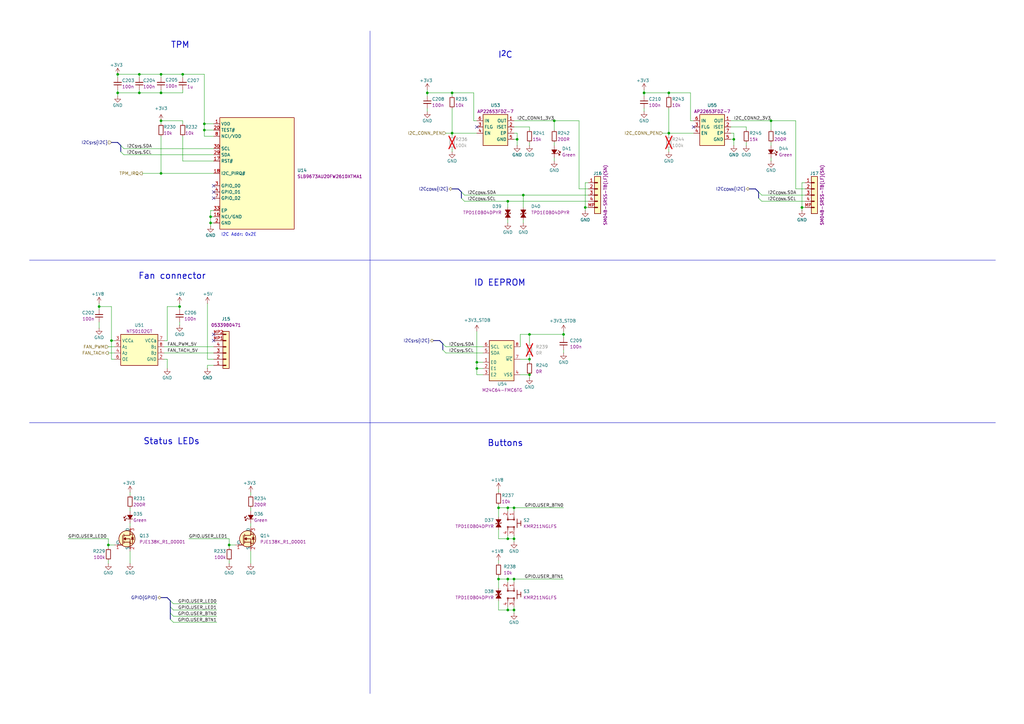
<source format=kicad_sch>
(kicad_sch (version 20250114) (generator "eeschema") (generator_version "9.0")
  (paper "A3")
  (title_block (title "Jetson AGX Thor Baseboard") (date "2025-08-11") (rev "1.0.0") (company "Antmicro Ltd") (comment 1 "www.antmicro.com"))
  (bus_alias "GPIO" (members "USER_LED0" "USER_LED1" "USER_BTN0" "USER_BTN1" "04" "05" "08" "09" "10" "11" "12" "13" "14" "15" "16" "17" "18" "19" "20" "21" "24" "MCLK02" "MCLK03" "MCLK04" "MCLK05" "MCLK01" "27" "32" "34" "36" "64" "65" "67"))
  (text "Buttons" (at 207.264 181.864 0) (effects (font (size 2.54 2.54) (thickness 0.3175))))
  (text "I2C Addr: 0x2E" (at 90.678 97.028 0) (effects (font (size 1.27 1.27)) (justify left bottom)))
  (text "Fan connector" (at 70.612 113.284 0) (effects (font (size 2.54 2.54) (thickness 0.3175))))
  (text "ID EEPROM" (at 204.978 116.078 0) (effects (font (size 2.54 2.54) (thickness 0.3175))))
  (text "I^{2}C" (at 207.264 22.606 0) (effects (font (size 2.54 2.54) (thickness 0.3175))))
  (text "TPM\n" (at 73.914 18.542 0) (effects (font (size 2.54 2.54) (thickness 0.3175))))
  (text "Status LEDs" (at 70.358 181.102 0) (effects (font (size 2.54 2.54) (thickness 0.3175))))
  (junction (at 316.23 49.53))
  (junction (at 45.72 139.7))
  (junction (at 48.26 30.48))
  (junction (at 300.99 57.15))
  (junction (at 195.58 151.13))
  (junction (at 66.04 38.1))
  (junction (at 210.82 220.98))
  (junction (at 227.33 49.53))
  (junction (at 66.04 30.48))
  (junction (at 57.15 38.1))
  (junction (at 204.47 208.28))
  (junction (at 264.16 38.1))
  (junction (at 204.47 237.49))
  (junction (at 208.28 237.49))
  (junction (at 44.45 223.52))
  (junction (at 274.32 54.61))
  (junction (at 274.32 38.1))
  (junction (at 86.36 88.9))
  (junction (at 74.93 30.48))
  (junction (at 83.82 50.8))
  (junction (at 195.58 148.59))
  (junction (at 208.28 208.28))
  (junction (at 328.93 85.09))
  (junction (at 66.04 49.53))
  (junction (at 185.42 38.1))
  (junction (at 240.03 85.09))
  (junction (at 214.63 80.01))
  (junction (at 210.82 250.19))
  (junction (at 86.36 91.44))
  (junction (at 217.17 137.16))
  (junction (at 73.66 125.73))
  (junction (at 210.82 208.28))
  (junction (at 212.09 57.15))
  (junction (at 208.28 250.19))
  (junction (at 40.64 125.73))
  (junction (at 231.14 137.16))
  (junction (at 217.17 147.32))
  (junction (at 48.26 38.1))
  (junction (at 93.98 223.52))
  (junction (at 210.82 237.49))
  (junction (at 185.42 54.61))
  (junction (at 175.26 38.1))
  (junction (at 57.15 30.48))
  (junction (at 208.28 220.98))
  (junction (at 208.28 82.55))
  (junction (at 83.82 53.34))
  (junction (at 217.17 153.67))
  (junction (at 66.04 71.12))
  (no_connect (at 87.63 137.16))
  (no_connect (at 87.63 76.2))
  (no_connect (at 195.58 52.07))
  (no_connect (at 87.63 139.7))
  (no_connect (at 87.63 81.28))
  (no_connect (at 284.48 52.07))
  (no_connect (at 87.63 78.74))
  (bus_entry (at 69.85 248.92) (size 1.27 1.27))
  (bus_entry (at 189.23 78.74) (size 1.27 1.27))
  (bus_entry (at 311.15 81.28) (size 1.27 1.27))
  (bus_entry (at 69.85 246.38) (size 1.27 1.27))
  (bus_entry (at 49.53 62.23) (size 1.27 1.27))
  (bus_entry (at 181.61 140.97) (size 1.27 1.27))
  (bus_entry (at 69.85 254) (size 1.27 1.27))
  (bus_entry (at 189.23 81.28) (size 1.27 1.27))
  (bus_entry (at 49.53 59.69) (size 1.27 1.27))
  (bus_entry (at 311.15 78.74) (size 1.27 1.27))
  (bus_entry (at 181.61 143.51) (size 1.27 1.27))
  (bus_entry (at 69.85 251.46) (size 1.27 1.27))
  (wire (pts (xy 208.28 208.28) (xy 210.82 208.28)))
  (bus (pts (xy 69.85 248.92) (xy 69.85 251.46)))
  (wire (pts (xy 231.14 137.16) (xy 217.17 137.16)))
  (bus (pts (xy 307.34 77.47) (xy 309.88 77.47)))
  (bus (pts (xy 187.96 77.47) (xy 189.23 78.74)))
  (wire (pts (xy 306.07 59.69) (xy 306.07 58.42)))
  (wire (pts (xy 217.17 52.07) (xy 217.17 53.34)))
  (wire (pts (xy 67.31 142.24) (xy 87.63 142.24)))
  (wire (pts (xy 83.82 53.34) (xy 83.82 50.8)))
  (wire (pts (xy 195.58 135.89) (xy 195.58 148.59)))
  (wire (pts (xy 66.04 30.48) (xy 66.04 31.75)))
  (wire (pts (xy 44.45 223.52) (xy 46.99 223.52)))
  (wire (pts (xy 57.15 38.1) (xy 66.04 38.1)))
  (wire (pts (xy 210.82 237.49) (xy 231.14 237.49)))
  (wire (pts (xy 204.47 250.19) (xy 208.28 250.19)))
  (wire (pts (xy 283.21 38.1) (xy 274.32 38.1)))
  (wire (pts (xy 66.04 38.1) (xy 66.04 36.83)))
  (wire (pts (xy 87.63 55.88) (xy 83.82 55.88)))
  (wire (pts (xy 102.87 214.63) (xy 102.87 215.9)))
  (wire (pts (xy 283.21 49.53) (xy 284.48 49.53)))
  (wire (pts (xy 102.87 208.28) (xy 102.87 209.55)))
  (wire (pts (xy 71.12 250.19) (xy 88.9 250.19)))
  (wire (pts (xy 217.17 148.59) (xy 217.17 147.32)))
  (wire (pts (xy 195.58 153.67) (xy 198.12 153.67)))
  (wire (pts (xy 85.09 124.46) (xy 85.09 147.32)))
  (wire (pts (xy 328.93 74.93) (xy 328.93 85.09)))
  (wire (pts (xy 217.17 153.67) (xy 217.17 154.94)))
  (wire (pts (xy 45.72 147.32) (xy 45.72 139.7)))
  (wire (pts (xy 48.26 38.1) (xy 48.26 39.37)))
  (wire (pts (xy 68.58 147.32) (xy 67.31 147.32)))
  (wire (pts (xy 40.64 124.46) (xy 40.64 125.73)))
  (wire (pts (xy 208.28 250.19) (xy 210.82 250.19)))
  (wire (pts (xy 83.82 55.88) (xy 83.82 53.34)))
  (wire (pts (xy 210.82 57.15) (xy 212.09 57.15)))
  (bus (pts (xy 177.8 139.7) (xy 180.34 139.7)))
  (wire (pts (xy 264.16 44.45) (xy 264.16 45.72)))
  (bus (pts (xy 49.53 59.69) (xy 49.53 62.23)))
  (wire (pts (xy 46.99 147.32) (xy 45.72 147.32)))
  (wire (pts (xy 44.45 224.79) (xy 44.45 223.52)))
  (wire (pts (xy 53.34 226.06) (xy 53.34 231.14)))
  (wire (pts (xy 204.47 236.22) (xy 204.47 237.49)))
  (wire (pts (xy 83.82 30.48) (xy 83.82 50.8)))
  (wire (pts (xy 71.12 252.73) (xy 88.9 252.73)))
  (wire (pts (xy 74.93 38.1) (xy 74.93 36.83)))
  (wire (pts (xy 44.45 220.98) (xy 44.45 223.52)))
  (wire (pts (xy 214.63 90.17) (xy 214.63 91.44)))
  (wire (pts (xy 328.93 86.36) (xy 328.93 85.09)))
  (wire (pts (xy 213.36 137.16) (xy 213.36 142.24)))
  (wire (pts (xy 240.03 74.93) (xy 240.03 85.09)))
  (wire (pts (xy 300.99 54.61) (xy 300.99 57.15)))
  (wire (pts (xy 57.15 30.48) (xy 66.04 30.48)))
  (wire (pts (xy 66.04 49.53) (xy 74.93 49.53)))
  (wire (pts (xy 210.82 52.07) (xy 217.17 52.07)))
  (wire (pts (xy 217.17 137.16) (xy 217.17 140.97)))
  (wire (pts (xy 77.47 220.98) (xy 93.98 220.98)))
  (wire (pts (xy 237.49 49.53) (xy 237.49 77.47)))
  (wire (pts (xy 73.66 124.46) (xy 73.66 125.73)))
  (wire (pts (xy 264.16 36.83) (xy 264.16 38.1)))
  (wire (pts (xy 208.28 90.17) (xy 208.28 91.44)))
  (wire (pts (xy 190.5 80.01) (xy 214.63 80.01)))
  (wire (pts (xy 274.32 38.1) (xy 274.32 39.37)))
  (wire (pts (xy 74.93 55.88) (xy 74.93 66.04)))
  (wire (pts (xy 208.28 237.49) (xy 208.28 238.76)))
  (wire (pts (xy 67.31 139.7) (xy 68.58 139.7)))
  (wire (pts (xy 328.93 74.93) (xy 330.2 74.93)))
  (wire (pts (xy 27.94 220.98) (xy 44.45 220.98)))
  (wire (pts (xy 208.28 219.71) (xy 208.28 220.98)))
  (wire (pts (xy 68.58 125.73) (xy 73.66 125.73)))
  (wire (pts (xy 53.34 201.93) (xy 53.34 203.2)))
  (wire (pts (xy 175.26 38.1) (xy 175.26 39.37)))
  (bus (pts (xy 66.04 245.11) (xy 68.58 245.11)))
  (wire (pts (xy 44.45 144.78) (xy 46.99 144.78)))
  (wire (pts (xy 204.47 246.38) (xy 204.47 250.19)))
  (wire (pts (xy 210.82 237.49) (xy 210.82 238.76)))
  (wire (pts (xy 204.47 237.49) (xy 204.47 241.3)))
  (wire (pts (xy 66.04 38.1) (xy 74.93 38.1)))
  (bus (pts (xy 185.42 77.47) (xy 187.96 77.47)))
  (wire (pts (xy 227.33 58.42) (xy 227.33 59.69)))
  (wire (pts (xy 208.28 237.49) (xy 204.47 237.49)))
  (wire (pts (xy 240.03 74.93) (xy 241.3 74.93)))
  (wire (pts (xy 204.47 208.28) (xy 204.47 212.09)))
  (wire (pts (xy 210.82 220.98) (xy 210.82 219.71)))
  (wire (pts (xy 210.82 49.53) (xy 227.33 49.53)))
  (wire (pts (xy 212.09 57.15) (xy 212.09 59.69)))
  (wire (pts (xy 195.58 151.13) (xy 195.58 148.59)))
  (wire (pts (xy 86.36 92.71) (xy 86.36 91.44)))
  (wire (pts (xy 48.26 30.48) (xy 57.15 30.48)))
  (wire (pts (xy 185.42 60.96) (xy 185.42 62.23)))
  (wire (pts (xy 213.36 153.67) (xy 217.17 153.67)))
  (wire (pts (xy 74.93 30.48) (xy 74.93 31.75)))
  (bus (pts (xy 48.26 58.42) (xy 49.53 59.69)))
  (wire (pts (xy 274.32 44.45) (xy 274.32 54.61)))
  (wire (pts (xy 74.93 30.48) (xy 83.82 30.48)))
  (bus (pts (xy 180.34 139.7) (xy 181.61 140.97)))
  (wire (pts (xy 240.03 85.09) (xy 241.3 85.09)))
  (wire (pts (xy 316.23 49.53) (xy 316.23 53.34)))
  (wire (pts (xy 208.28 208.28) (xy 208.28 209.55)))
  (wire (pts (xy 204.47 220.98) (xy 208.28 220.98)))
  (bus (pts (xy 181.61 140.97) (xy 181.61 143.51)))
  (wire (pts (xy 264.16 38.1) (xy 274.32 38.1)))
  (wire (pts (xy 57.15 30.48) (xy 57.15 31.75)))
  (wire (pts (xy 300.99 57.15) (xy 300.99 59.69)))
  (wire (pts (xy 208.28 85.09) (xy 208.28 82.55)))
  (wire (pts (xy 227.33 49.53) (xy 227.33 53.34)))
  (wire (pts (xy 274.32 54.61) (xy 284.48 54.61)))
  (wire (pts (xy 53.34 208.28) (xy 53.34 209.55)))
  (wire (pts (xy 74.93 66.04) (xy 87.63 66.04)))
  (wire (pts (xy 40.64 125.73) (xy 40.64 127)))
  (wire (pts (xy 271.78 54.61) (xy 274.32 54.61)))
  (wire (pts (xy 87.63 53.34) (xy 83.82 53.34)))
  (wire (pts (xy 194.31 49.53) (xy 194.31 38.1)))
  (wire (pts (xy 214.63 80.01) (xy 214.63 85.09)))
  (wire (pts (xy 93.98 229.87) (xy 93.98 231.14)))
  (wire (pts (xy 86.36 91.44) (xy 87.63 91.44)))
  (wire (pts (xy 182.88 144.78) (xy 198.12 144.78)))
  (wire (pts (xy 316.23 64.77) (xy 316.23 66.04)))
  (wire (pts (xy 85.09 149.86) (xy 85.09 151.13)))
  (wire (pts (xy 85.09 149.86) (xy 87.63 149.86)))
  (wire (pts (xy 210.82 220.98) (xy 210.82 222.25)))
  (wire (pts (xy 299.72 54.61) (xy 300.99 54.61)))
  (wire (pts (xy 86.36 91.44) (xy 86.36 88.9)))
  (bus (pts (xy 45.72 58.42) (xy 48.26 58.42)))
  (wire (pts (xy 185.42 54.61) (xy 195.58 54.61)))
  (wire (pts (xy 204.47 200.66) (xy 204.47 201.93)))
  (wire (pts (xy 71.12 247.65) (xy 88.9 247.65)))
  (wire (pts (xy 83.82 50.8) (xy 87.63 50.8)))
  (wire (pts (xy 231.14 143.51) (xy 231.14 144.78)))
  (wire (pts (xy 204.47 207.01) (xy 204.47 208.28)))
  (wire (pts (xy 73.66 133.35) (xy 73.66 132.08)))
  (wire (pts (xy 208.28 220.98) (xy 210.82 220.98)))
  (wire (pts (xy 204.47 217.17) (xy 204.47 220.98)))
  (wire (pts (xy 213.36 137.16) (xy 217.17 137.16)))
  (wire (pts (xy 198.12 151.13) (xy 195.58 151.13)))
  (wire (pts (xy 48.26 30.48) (xy 48.26 31.75)))
  (wire (pts (xy 214.63 80.01) (xy 241.3 80.01)))
  (wire (pts (xy 175.26 38.1) (xy 185.42 38.1)))
  (wire (pts (xy 85.09 147.32) (xy 87.63 147.32)))
  (wire (pts (xy 312.42 80.01) (xy 330.2 80.01)))
  (wire (pts (xy 71.12 255.27) (xy 88.9 255.27)))
  (wire (pts (xy 204.47 229.87) (xy 204.47 231.14)))
  (wire (pts (xy 210.82 54.61) (xy 212.09 54.61)))
  (bus (pts (xy 309.88 77.47) (xy 311.15 78.74)))
  (wire (pts (xy 283.21 49.53) (xy 283.21 38.1)))
  (wire (pts (xy 66.04 49.53) (xy 66.04 50.8)))
  (wire (pts (xy 212.09 54.61) (xy 212.09 57.15)))
  (wire (pts (xy 299.72 57.15) (xy 300.99 57.15)))
  (wire (pts (xy 48.26 38.1) (xy 57.15 38.1)))
  (wire (pts (xy 274.32 54.61) (xy 274.32 55.88)))
  (wire (pts (xy 208.28 82.55) (xy 241.3 82.55)))
  (wire (pts (xy 217.17 59.69) (xy 217.17 58.42)))
  (wire (pts (xy 210.82 208.28) (xy 231.14 208.28)))
  (wire (pts (xy 210.82 250.19) (xy 210.82 248.92)))
  (wire (pts (xy 217.17 146.05) (xy 217.17 147.32)))
  (wire (pts (xy 50.8 60.96) (xy 87.63 60.96)))
  (wire (pts (xy 73.66 125.73) (xy 73.66 127)))
  (bus (pts (xy 311.15 78.74) (xy 311.15 81.28)))
  (wire (pts (xy 66.04 71.12) (xy 66.04 55.88)))
  (wire (pts (xy 66.04 71.12) (xy 87.63 71.12)))
  (wire (pts (xy 44.45 142.24) (xy 46.99 142.24)))
  (wire (pts (xy 185.42 44.45) (xy 185.42 54.61)))
  (wire (pts (xy 190.5 82.55) (xy 208.28 82.55)))
  (bus (pts (xy 69.85 246.38) (xy 69.85 248.92)))
  (wire (pts (xy 68.58 139.7) (xy 68.58 125.73)))
  (wire (pts (xy 175.26 36.83) (xy 175.26 38.1)))
  (wire (pts (xy 312.42 82.55) (xy 330.2 82.55)))
  (wire (pts (xy 40.64 132.08) (xy 40.64 134.62)))
  (wire (pts (xy 328.93 85.09) (xy 330.2 85.09)))
  (wire (pts (xy 241.3 77.47) (xy 237.49 77.47)))
  (wire (pts (xy 182.88 54.61) (xy 185.42 54.61)))
  (wire (pts (xy 44.45 229.87) (xy 44.45 231.14)))
  (wire (pts (xy 208.28 208.28) (xy 204.47 208.28)))
  (wire (pts (xy 264.16 38.1) (xy 264.16 39.37)))
  (wire (pts (xy 50.8 63.5) (xy 87.63 63.5)))
  (wire (pts (xy 74.93 49.53) (xy 74.93 50.8)))
  (polyline (pts (xy 12.065 106.68) (xy 408.305 106.68)))
  (wire (pts (xy 227.33 49.53) (xy 237.49 49.53)))
  (wire (pts (xy 58.42 71.12) (xy 66.04 71.12)))
  (wire (pts (xy 217.17 147.32) (xy 213.36 147.32)))
  (wire (pts (xy 93.98 224.79) (xy 93.98 223.52)))
  (wire (pts (xy 194.31 49.53) (xy 195.58 49.53)))
  (wire (pts (xy 53.34 214.63) (xy 53.34 215.9)))
  (wire (pts (xy 316.23 58.42) (xy 316.23 59.69)))
  (wire (pts (xy 45.72 139.7) (xy 45.72 125.73)))
  (wire (pts (xy 175.26 44.45) (xy 175.26 45.72)))
  (wire (pts (xy 185.42 54.61) (xy 185.42 55.88)))
  (bus (pts (xy 69.85 251.46) (xy 69.85 254)))
  (wire (pts (xy 68.58 151.13) (xy 68.58 147.32)))
  (wire (pts (xy 195.58 148.59) (xy 198.12 148.59)))
  (polyline (pts (xy 12.065 173.355) (xy 408.305 173.355)))
  (wire (pts (xy 194.31 38.1) (xy 185.42 38.1)))
  (wire (pts (xy 210.82 208.28) (xy 210.82 209.55)))
  (wire (pts (xy 195.58 151.13) (xy 195.58 153.67)))
  (wire (pts (xy 182.88 142.24) (xy 198.12 142.24)))
  (wire (pts (xy 45.72 125.73) (xy 40.64 125.73)))
  (wire (pts (xy 316.23 49.53) (xy 326.39 49.53)))
  (wire (pts (xy 48.26 38.1) (xy 48.26 36.83)))
  (wire (pts (xy 86.36 88.9) (xy 87.63 88.9)))
  (wire (pts (xy 306.07 52.07) (xy 306.07 53.34)))
  (wire (pts (xy 102.87 226.06) (xy 102.87 231.14)))
  (polyline (pts (xy 151.765 12.7) (xy 151.765 284.48)))
  (wire (pts (xy 66.04 30.48) (xy 74.93 30.48)))
  (wire (pts (xy 86.36 86.36) (xy 87.63 86.36)))
  (wire (pts (xy 208.28 237.49) (xy 210.82 237.49)))
  (wire (pts (xy 240.03 86.36) (xy 240.03 85.09)))
  (wire (pts (xy 326.39 49.53) (xy 326.39 77.47)))
  (wire (pts (xy 299.72 52.07) (xy 306.07 52.07)))
  (wire (pts (xy 67.31 144.78) (xy 87.63 144.78)))
  (wire (pts (xy 93.98 220.98) (xy 93.98 223.52)))
  (wire (pts (xy 102.87 201.93) (xy 102.87 203.2)))
  (bus (pts (xy 189.23 78.74) (xy 189.23 81.28)))
  (wire (pts (xy 231.14 137.16) (xy 231.14 138.43)))
  (wire (pts (xy 274.32 60.96) (xy 274.32 62.23)))
  (wire (pts (xy 185.42 38.1) (xy 185.42 39.37)))
  (wire (pts (xy 57.15 38.1) (xy 57.15 36.83)))
  (wire (pts (xy 330.2 77.47) (xy 326.39 77.47)))
  (wire (pts (xy 231.14 135.89) (xy 231.14 137.16)))
  (wire (pts (xy 210.82 250.19) (xy 210.82 251.46)))
  (wire (pts (xy 93.98 223.52) (xy 96.52 223.52)))
  (wire (pts (xy 227.33 64.77) (xy 227.33 66.04)))
  (wire (pts (xy 208.28 248.92) (xy 208.28 250.19)))
  (wire (pts (xy 45.72 139.7) (xy 46.99 139.7)))
  (wire (pts (xy 299.72 49.53) (xy 316.23 49.53)))
  (bus (pts (xy 68.58 245.11) (xy 69.85 246.38)))
  (wire (pts (xy 86.36 88.9) (xy 86.36 86.36)))
  (label "GPIO.USER_LED0" (at 88.9 247.65 180))
  (label "GPIO.USER_BTN0" (at 231.14 208.28 180))
  (label "GPIO.USER_BTN0" (at 88.9 252.73 180))
  (label "FAN_TACH_5V" (at 68.58 144.78 0))
  (label "FAN_PWM_5V" (at 68.58 142.24 0))
  (label "I2C_{CONN}.SCL" (at 191.77 82.55 0))
  (label "I2C_{SYS}.SDA" (at 52.07 60.96 0))
  (label "I2C_{CONN}.SCL" (at 314.96 82.55 0))
  (label "GPIO.USER_BTN1" (at 231.14 237.49 180))
  (label "I2C_CONN1_3V3" (at 212.09 49.53 0))
  (label "GPIO.USER_LED1" (at 77.47 220.98 0))
  (label "I2C_{SYS}.SCL" (at 184.15 144.78 0))
  (label "I2C_{CONN}.SDA" (at 191.77 80.01 0))
  (label "GPIO.USER_LED0" (at 27.94 220.98 0))
  (label "GPIO.USER_LED1" (at 88.9 250.19 180))
  (label "I2C_{SYS}.SDA" (at 184.15 142.24 0))
  (label "I2C_CONN2_3V3" (at 300.99 49.53 0))
  (label "I2C_{SYS}.SCL" (at 52.07 63.5 0))
  (label "GPIO.USER_BTN1" (at 88.9 255.27 180))
  (label "I2C_{CONN}.SDA" (at 314.96 80.01 0))
  (hierarchical_label "I2C_{CONN}{I2C}" (shape bidirectional) (at 307.34 77.47 180))
  (hierarchical_label "I2C_{SYS}{I2C}" (shape bidirectional) (at 177.8 139.7 180))
  (hierarchical_label "FAN_TACH" (shape output) (at 44.45 144.78 180))
  (hierarchical_label "FAN_PWM" (shape input) (at 44.45 142.24 180))
  (hierarchical_label "I2C_{SYS}{I2C}" (shape input) (at 45.72 58.42 180))
  (hierarchical_label "TPM_IRQ" (shape output) (at 58.42 71.12 180))
  (hierarchical_label "I2C_CONN_PEN" (shape input) (at 182.88 54.61 180))
  (hierarchical_label "I2C_{CONN}{I2C}" (shape bidirectional) (at 185.42 77.47 180))
  (hierarchical_label "I2C_CONN_PEN" (shape input) (at 271.78 54.61 180))
  (hierarchical_label "GPIO{GPIO}" (shape bidirectional) (at 66.04 245.11 180))
  (symbol (lib_id "antmicroCapacitors0402:C_100n_0402") (at 264.16 39.37 90) (mirror x) (unit 1)
    (property "Reference" "C210" (at 266.065 40.64 90) (effects (justify right)))
    (property "Value" "C_100n_0402" (effects (hide yes)))
    (property "Footprint" "antmicro-footprints:C_0402_1005Metric" (effects (hide yes)))
    (property "Datasheet" "https://www.murata.com/products/productdetail?partno=GRM155R61H104KE14%23" (effects (hide yes)))
    (property "Manufacturer" "Murata" (effects (hide yes)))
    (property "MPN" "GRM155R61H104KE14D" (effects (hide yes)))
    (property "Val" "100n" (at 266.065 43.18 90) (effects (justify right)))
    (property "License" "Apache-2.0" (effects (hide yes)))
    (property "Author" "Antmicro" (effects (hide yes)))
    (property "Voltage" "50V" (effects (hide yes)))
    (property "Dielectric" "X5R" (effects (hide yes)))
  )
  (symbol (lib_id "antmicroPushbuttonSwitches:SW_KMR211NGLFS_SMD") (at 210.82 209.55 270) (unit 1)
    (property "Reference" "S2" (at 214.63 213.36 90) (effects (justify left)))
    (property "Value" "SW_KMR211NGLFS_SMD" (effects (hide yes)))
    (property "Footprint" "antmicro-footprints:SW_KMR211NGLFS_SMD" (effects (hide yes)))
    (property "Datasheet" "http://www.farnell.com/datasheets/2631211.pdf" (effects (hide yes)))
    (property "MPN" "KMR211NGLFS" (at 214.63 215.9 90) (effects (justify left)))
    (property "Manufacturer" "C&K" (effects (hide yes)))
    (property "Author" "Antmicro" (effects (hide yes)))
    (property "License" "Apache-2.0" (effects (hide yes)))
  )
  (symbol (lib_id "antmicroCapacitors0402:C_100n_0402") (at 231.14 143.51 90) (unit 1)
    (property "Reference" "C209" (at 233.68 139.6936 90) (effects (justify right)))
    (property "Value" "C_100n_0402" (effects (hide yes)))
    (property "Footprint" "antmicro-footprints:C_0402_1005Metric" (effects (hide yes)))
    (property "Datasheet" "https://www.murata.com/products/productdetail?partno=GRM155R61H104KE14%23" (effects (hide yes)))
    (property "Description" "SMD Multilayer Ceramic Capacitor, 0.1 µF, 50 V, 0402 [1005 Metric], ± 10%, X5R, GRM Series" (effects (hide yes)))
    (property "MPN" "GRM155R61H104KE14D" (effects (hide yes)))
    (property "Manufacturer" "Murata" (effects (hide yes)))
    (property "License" "Apache-2.0" (effects (hide yes)))
    (property "Author" "Antmicro" (effects (hide yes)))
    (property "Val" "100n" (at 233.68 142.2336 90) (effects (justify right)))
    (property "Voltage" "50V" (effects (hide yes)))
    (property "Dielectric" "X5R" (effects (hide yes)))
  )
  (symbol (lib_id "antmicropower:GND") (at 48.26 39.37 0) (unit 1)
    (property "Reference" "#PWR0387" (effects (hide yes)))
    (property "Value" "GND" (at 48.26 43.18 0))
    (property "Author" "Antmicro" (effects (hide yes)))
    (property "License" "Apache-2.0" (effects (hide yes)))
  )
  (symbol (lib_id "antmicropower:GND") (at 73.66 133.35 0) (unit 1)
    (property "Reference" "#PWR0394" (effects (hide yes)))
    (property "Value" "GND" (at 73.66 137.16 0))
    (property "Author" "Antmicro" (effects (hide yes)))
    (property "License" "Apache-2.0" (effects (hide yes)))
  )
  (symbol (lib_id "antmicropower:GND") (at 214.63 91.44 0) (unit 1)
    (property "Reference" "#PWR0411" (effects (hide yes)))
    (property "Value" "GND" (at 214.63 95.25 0))
    (property "Author" "Antmicro" (effects (hide yes)))
    (property "License" "Apache-2.0" (effects (hide yes)))
  )
  (symbol (lib_id "antmicropower:+5V") (at 85.09 124.46 0) (unit 1)
    (property "Reference" "#PWR0395" (effects (hide yes)))
    (property "Value" "+5V" (at 83.185 121.285 0) (effects (justify left bottom)))
    (property "Author" "Antmicro" (effects (hide yes)))
    (property "License" "Apache-2.0" (effects (hide yes)))
  )
  (symbol (lib_id "antmicropower:+3V3_AON") (at 195.58 135.89 0) (unit 1)
    (property "Reference" "#PWR0406" (effects (hide yes)))
    (property "Value" "+3V3_STDB" (at 190.246 131.318 0) (effects (justify left)))
  )
  (symbol (lib_id "antmicropower:GND") (at 212.09 59.69 0) (unit 1)
    (property "Reference" "#PWR0410" (effects (hide yes)))
    (property "Value" "GND" (at 212.09 63.5 0))
    (property "Author" "Antmicro" (effects (hide yes)))
    (property "License" "Apache-2.0" (effects (hide yes)))
  )
  (symbol (lib_id "antmicroPMICPowerDistributionSwitchesLoadDrivers:AP22653_DFN") (at 284.48 49.53 0) (unit 1)
    (property "Reference" "U55" (at 292.1 43.18 0))
    (property "Value" "AP22653_DFN" (effects (hide yes)))
    (property "Footprint" "antmicro-footprints:DFN-6-1EP_2x2mm_P0.65mm_EP1x1.6mm" (effects (hide yes)))
    (property "Datasheet" "https://www.mouser.com/datasheet/2/115/DIOD_S_A0010880137_1-2543666.pdf" (effects (hide yes)))
    (property "MPN" "AP22653FDZ-7" (at 292.1 45.72 0))
    (property "Manufacturer" "Diodes Incorporated" (effects (hide yes)))
    (property "Author" "Antmicro" (effects (hide yes)))
    (property "License" "Apache-2.0" (effects (hide yes)))
  )
  (symbol (lib_id "antmicroLEDIndicationDiscrete:LED_G_0603_LTST-C190GKT") (at 53.34 214.63 90) (unit 1)
    (property "Reference" "D35" (at 54.61 210.82 90) (effects (justify right)))
    (property "Value" "LED_G_0603_LTST-C190GKT" (effects (hide yes)))
    (property "Footprint" "antmicro-footprints:LED_0603_1608Metric_G" (effects (hide yes)))
    (property "Datasheet" "https://media.digikey.com/pdf/Data%20Sheets/Lite-On%20PDFs/LTST-C190GKT.pdf" (effects (hide yes)))
    (property "MPN" "LTST-C190GKT" (effects (hide yes)))
    (property "Manufacturer" "Lite-On" (effects (hide yes)))
    (property "Author" "Antmicro" (effects (hide yes)))
    (property "License" "Apache-2.0" (effects (hide yes)))
    (property "Color" "Green" (at 54.61 213.36 90) (effects (justify right)))
  )
  (symbol (lib_id "antmicroCapacitors0402:C_100n_16V_X7R_0402") (at 48.26 36.83 90) (unit 1)
    (property "Reference" "C203" (at 50.038 33.02 90) (effects (justify right)))
    (property "Value" "C_100n_16V_X7R_0402" (effects (hide yes)))
    (property "Footprint" "antmicro-footprints:C_0402_1005Metric" (effects (hide yes)))
    (property "Datasheet" "https://www.kemet.com/en/us/capacitors/product/C0402C104J4RAC7411.html" (effects (hide yes)))
    (property "Description" "SMD Multilayer Ceramic Capacitor, 100nF, 50V, 0402, ±5%, X7R" (effects (hide yes)))
    (property "MPN" "C0402C104J4RAC7411" (effects (hide yes)))
    (property "Val" "100n" (at 50.038 35.56 90) (effects (justify right)))
    (property "Voltage" "16V" (effects (hide yes)))
    (property "Dielectric" "X7R" (effects (hide yes)))
    (property "Manufacturer" "KEMET" (effects (hide yes)))
    (property "License" "Apache-2.0" (effects (hide yes)))
    (property "Author" "Antmicro" (effects (hide yes)))
  )
  (symbol (lib_id "antmicroResistors0402:R_15k_0402") (at 306.07 58.42 90) (unit 1)
    (property "Reference" "R245" (at 307.34 54.61 90) (effects (justify right)))
    (property "Value" "R_15k_0402" (effects (hide yes)))
    (property "Footprint" "antmicro-footprints:R_0402_1005Metric" (effects (hide yes)))
    (property "Datasheet" "https://www.bourns.com/docs/product-datasheets/cr.pdf" (effects (hide yes)))
    (property "Manufacturer" "Bourns" (effects (hide yes)))
    (property "MPN" "CR0402-FX-1502GLF" (effects (hide yes)))
    (property "Val" "15k" (at 307.34 57.15 90) (effects (justify right)))
    (property "License" "Apache-2.0" (effects (hide yes)))
    (property "Author" "Antmicro" (effects (hide yes)))
    (property "Tolerance" "1%" (effects (hide yes)))
  )
  (symbol (lib_id "antmicropower:+3V3") (at 102.87 201.93 0) (unit 1)
    (property "Reference" "#PWR0399" (effects (hide yes)))
    (property "Value" "+3V3" (at 99.695 198.12 0) (effects (justify left)))
    (property "Author" "Antmicro" (effects (hide yes)))
    (property "License" "Apache-2.0" (effects (hide yes)))
  )
  (symbol (lib_id "antmicroResistors0402:R_10k_0402") (at 274.32 44.45 90) (unit 1)
    (property "Reference" "R243" (at 275.59 40.64 90) (effects (justify right)))
    (property "Value" "R_10k_0402" (effects (hide yes)))
    (property "Footprint" "antmicro-footprints:R_0402_1005Metric" (effects (hide yes)))
    (property "Datasheet" "https://www.bourns.com/docs/product-datasheets/cr.pdf" (effects (hide yes)))
    (property "Manufacturer" "Bourns" (effects (hide yes)))
    (property "MPN" "CR0402-FX-1002GLF" (effects (hide yes)))
    (property "Val" "10k" (at 275.59 43.18 90) (effects (justify right)))
    (property "License" "Apache-2.0" (effects (hide yes)))
    (property "Author" "Antmicro" (effects (hide yes)))
    (property "Tolerance" "1%" (effects (hide yes)))
  )
  (symbol (lib_id "antmicroResistors0402:R_200R_0402") (at 227.33 58.42 270) (mirror x) (unit 1)
    (property "Reference" "R242" (at 228.6 54.61 90) (effects (justify left)))
    (property "Value" "R_200R_0402" (effects (hide yes)))
    (property "Footprint" "antmicro-footprints:R_0402_1005Metric" (effects (hide yes)))
    (property "Datasheet" "https://www.bourns.com/docs/product-datasheets/cr.pdf" (effects (hide yes)))
    (property "Manufacturer" "Bourns" (effects (hide yes)))
    (property "MPN" "CR0402-FX-2000GLF" (effects (hide yes)))
    (property "Val" "200R" (at 228.6 57.15 90) (effects (justify left)))
    (property "License" "Apache-2.0" (effects (hide yes)))
    (property "Author" "Antmicro" (effects (hide yes)))
    (property "Tolerance" "1%" (effects (hide yes)))
  )
  (symbol (lib_id "antmicroResistors0402:R_10k_0402") (at 204.47 207.01 90) (unit 1)
    (property "Reference" "R237" (at 205.74 203.2 90) (effects (justify right)))
    (property "Value" "R_10k_0402" (effects (hide yes)))
    (property "Footprint" "antmicro-footprints:R_0402_1005Metric" (effects (hide yes)))
    (property "Datasheet" "https://www.bourns.com/docs/product-datasheets/cr.pdf" (effects (hide yes)))
    (property "Manufacturer" "Bourns" (effects (hide yes)))
    (property "MPN" "CR0402-FX-1002GLF" (effects (hide yes)))
    (property "Val" "10k" (at 205.74 205.74 90) (effects (justify right)))
    (property "License" "Apache-2.0" (effects (hide yes)))
    (property "Author" "Antmicro" (effects (hide yes)))
    (property "Tolerance" "1%" (effects (hide yes)))
  )
  (symbol (lib_id "antmicropower:GND") (at 44.45 231.14 0) (unit 1)
    (property "Reference" "#PWR0388" (effects (hide yes)))
    (property "Value" "GND" (at 44.45 234.95 0))
    (property "Author" "Antmicro" (effects (hide yes)))
    (property "License" "Apache-2.0" (effects (hide yes)))
  )
  (symbol (lib_id "antmicroLogicTranslatorsLevelShifters:NTS0102_XSON") (at 46.99 139.7 0) (unit 1)
    (property "Reference" "U51" (at 57.15 133.35 0))
    (property "Value" "NTS0102_XSON" (effects (hide yes)))
    (property "Footprint" "antmicro-footprints:XSON-8_1x1.95mm_P0.5mm" (effects (hide yes)))
    (property "Datasheet" "http://www.farnell.com/datasheets/1760723.pdf" (effects (hide yes)))
    (property "MPN" "NTS0102GT" (at 57.15 135.89 0))
    (property "Manufacturer" "NXP" (effects (hide yes)))
    (property "Author" "Antmicro" (effects (hide yes)))
    (property "License" "Apache-2.0" (effects (hide yes)))
  )
  (symbol (lib_id "antmicropower:GND") (at 217.17 154.94 0) (unit 1)
    (property "Reference" "#PWR0412" (effects (hide yes)))
    (property "Value" "GND" (at 217.17 158.75 0))
    (property "Author" "Antmicro" (effects (hide yes)))
    (property "License" "Apache-2.0" (effects (hide yes)))
  )
  (symbol (lib_id "antmicroLEDIndicationDiscrete:LED_G_0603_LTST-C190GKT") (at 227.33 64.77 270) (mirror x) (unit 1)
    (property "Reference" "D41" (at 230.505 60.96 90) (effects (justify left)))
    (property "Value" "LED_G_0603_LTST-C190GKT" (effects (hide yes)))
    (property "Footprint" "antmicro-footprints:LED_0603_1608Metric_G" (effects (hide yes)))
    (property "Datasheet" "https://media.digikey.com/pdf/Data%20Sheets/Lite-On%20PDFs/LTST-C190GKT.pdf" (effects (hide yes)))
    (property "MPN" "LTST-C190GKT" (effects (hide yes)))
    (property "Manufacturer" "Lite-On" (effects (hide yes)))
    (property "Author" "Antmicro" (effects (hide yes)))
    (property "License" "Apache-2.0" (effects (hide yes)))
    (property "Color" "Green" (at 230.505 63.5 90) (effects (justify left)))
  )
  (symbol (lib_id "antmicropower:GND") (at 210.82 222.25 0) (unit 1)
    (property "Reference" "#PWR0407" (effects (hide yes)))
    (property "Value" "GND" (at 210.82 226.06 0))
    (property "Author" "Antmicro" (effects (hide yes)))
    (property "License" "Apache-2.0" (effects (hide yes)))
  )
  (symbol (lib_id "antmicroResistors0402:R_100k_0402") (at 44.45 229.87 270) (mirror x) (unit 1)
    (property "Reference" "R229" (at 43.18 226.06 90) (effects (justify right)))
    (property "Value" "R_100k_0402" (effects (hide yes)))
    (property "Footprint" "antmicro-footprints:R_0402_1005Metric" (effects (hide yes)))
    (property "Datasheet" "https://www.bourns.com/docs/product-datasheets/cr.pdf" (effects (hide yes)))
    (property "Manufacturer" "Bourns" (effects (hide yes)))
    (property "MPN" "CR0402-FX-1003GLF" (effects (hide yes)))
    (property "Val" "100k" (at 43.18 228.6 90) (effects (justify right)))
    (property "License" "Apache-2.0" (effects (hide yes)))
    (property "Author" "Antmicro" (effects (hide yes)))
    (property "Tolerance" "1%" (effects (hide yes)))
  )
  (symbol (lib_id "antmicroWire2BoardConnectors:JST_SH_1x4_SM04B-SRSS-TB-LF-SN") (at 330.2 74.93 0) (unit 1)
    (property "Reference" "J17" (at 334.01 71.12 0))
    (property "Value" "JST_SH_1x4_SM04B-SRSS-TB-LF-SN" (effects (hide yes)))
    (property "Footprint" "antmicro-footprints:Conn_JST_SH_1x4_SM04B-SRSS-TB-LF-SN" (effects (hide yes)))
    (property "Datasheet" "https://www.jst-mfg.com/product/pdf/eng/eSH.pdf" (effects (hide yes)))
    (property "MPN" "SM04B-SRSS-TB(LF)(SN)" (at 337.185 80.01 90))
    (property "Manufacturer" "JST Automotive Connectors" (effects (hide yes)))
    (property "Author" "Antmicro" (effects (hide yes)))
    (property "License" "Apache-2.0" (effects (hide yes)))
  )
  (symbol (lib_id "antmicroTVSDiodes:TPD1E0B04_XDFN-2") (at 208.28 90.17 90) (unit 1)
    (property "Reference" "D39" (at 205.74 84.6534 90) (effects (justify left)))
    (property "Value" "TPD1E0B04_XDFN-2" (effects (hide yes)))
    (property "Footprint" "antmicro-footprints:XDFN-2_1x0.60mm" (effects (hide yes)))
    (property "Datasheet" "https://www.ti.com/general/docs/suppproductinfo.tsp?distId=26&gotoUrl=https://www.ti.com/lit/gpn/tpd1e0b04" (effects (hide yes)))
    (property "Manufacturer" "Texas Instruments" (effects (hide yes)))
    (property "MPN" "TPD1E0B04DPYR" (at 205.74 87.1934 90) (effects (justify left)))
    (property "Author" "Antmicro" (effects (hide yes)))
    (property "License" "Apache-2.0" (effects (hide yes)))
  )
  (symbol (lib_id "antmicroLEDIndicationDiscrete:LED_G_0603_LTST-C190GKT") (at 316.23 64.77 270) (mirror x) (unit 1)
    (property "Reference" "D44" (at 319.405 60.96 90) (effects (justify left)))
    (property "Value" "LED_G_0603_LTST-C190GKT" (effects (hide yes)))
    (property "Footprint" "antmicro-footprints:LED_0603_1608Metric_G" (effects (hide yes)))
    (property "Datasheet" "https://media.digikey.com/pdf/Data%20Sheets/Lite-On%20PDFs/LTST-C190GKT.pdf" (effects (hide yes)))
    (property "MPN" "LTST-C190GKT" (effects (hide yes)))
    (property "Manufacturer" "Lite-On" (effects (hide yes)))
    (property "Author" "Antmicro" (effects (hide yes)))
    (property "License" "Apache-2.0" (effects (hide yes)))
    (property "Color" "Green" (at 319.405 63.5 90) (effects (justify left)))
  )
  (symbol (lib_id "antmicropower:+1V8") (at 40.64 124.46 0) (unit 1)
    (property "Reference" "#PWR0384" (effects (hide yes)))
    (property "Value" "+1V8" (at 37.465 121.285 0) (effects (justify left bottom)))
    (property "Author" "Antmicro" (effects (hide yes)))
    (property "License" "Apache-2.0" (effects (hide yes)))
  )
  (symbol (lib_id "antmicropower:+3V3_AON") (at 231.14 135.89 0) (unit 1)
    (property "Reference" "#PWR0416" (effects (hide yes)))
    (property "Value" "+3V3_STDB" (at 225.298 131.572 0) (effects (justify left)))
  )
  (symbol (lib_id "antmicropower:GND") (at 53.34 231.14 0) (unit 1)
    (property "Reference" "#PWR0392" (effects (hide yes)))
    (property "Value" "GND" (at 53.34 234.95 0))
    (property "Author" "Antmicro" (effects (hide yes)))
    (property "License" "Apache-2.0" (effects (hide yes)))
  )
  (symbol (lib_id "antmicroLEDIndicationDiscrete:LED_G_0603_LTST-C190GKT") (at 102.87 214.63 90) (unit 1)
    (property "Reference" "D36" (at 104.14 210.82 90) (effects (justify right)))
    (property "Value" "LED_G_0603_LTST-C190GKT" (effects (hide yes)))
    (property "Footprint" "antmicro-footprints:LED_0603_1608Metric_G" (effects (hide yes)))
    (property "Datasheet" "https://media.digikey.com/pdf/Data%20Sheets/Lite-On%20PDFs/LTST-C190GKT.pdf" (effects (hide yes)))
    (property "MPN" "LTST-C190GKT" (effects (hide yes)))
    (property "Manufacturer" "Lite-On" (effects (hide yes)))
    (property "Author" "Antmicro" (effects (hide yes)))
    (property "License" "Apache-2.0" (effects (hide yes)))
    (property "Color" "Green" (at 104.14 213.36 90) (effects (justify right)))
  )
  (symbol (lib_id "antmicroCapacitors0402:C_100n_16V_X7R_0402") (at 57.15 36.83 90) (unit 1)
    (property "Reference" "C204" (at 58.674 33.02 90) (effects (justify right)))
    (property "Value" "C_100n_16V_X7R_0402" (effects (hide yes)))
    (property "Footprint" "antmicro-footprints:C_0402_1005Metric" (effects (hide yes)))
    (property "Datasheet" "https://www.kemet.com/en/us/capacitors/product/C0402C104J4RAC7411.html" (effects (hide yes)))
    (property "Description" "SMD Multilayer Ceramic Capacitor, 100nF, 50V, 0402, ±5%, X7R" (effects (hide yes)))
    (property "MPN" "C0402C104J4RAC7411" (effects (hide yes)))
    (property "Val" "100n" (at 58.674 35.56 90) (effects (justify right)))
    (property "Voltage" "16V" (effects (hide yes)))
    (property "Dielectric" "X7R" (effects (hide yes)))
    (property "Manufacturer" "KEMET" (effects (hide yes)))
    (property "License" "Apache-2.0" (effects (hide yes)))
    (property "Author" "Antmicro" (effects (hide yes)))
  )
  (symbol (lib_id "antmicropower:GND") (at 316.23 66.04 0) (unit 1)
    (property "Reference" "#PWR0425" (effects (hide yes)))
    (property "Value" "GND" (at 316.23 69.85 0))
    (property "Author" "Antmicro" (effects (hide yes)))
    (property "License" "Apache-2.0" (effects (hide yes)))
  )
  (symbol (lib_id "antmicroResistors0402:R_100k_0402") (at 185.42 60.96 90) (unit 1) (in_bom no) (dnp yes)
    (property "Reference" "R236" (at 186.69 57.15 90) (effects (justify right)))
    (property "Value" "R_100k_0402" (effects (hide yes)))
    (property "Footprint" "antmicro-footprints:R_0402_1005Metric" (effects (hide yes)))
    (property "Datasheet" "https://www.bourns.com/docs/product-datasheets/cr.pdf" (effects (hide yes)))
    (property "Manufacturer" "Bourns" (effects (hide yes)))
    (property "MPN" "CR0402-FX-1003GLF" (effects (hide yes)))
    (property "Val" "100k" (at 186.69 59.69 90) (effects (justify right)))
    (property "License" "Apache-2.0" (effects (hide yes)))
    (property "Author" "Antmicro" (effects (hide yes)))
    (property "Tolerance" "1%" (effects (hide yes)))
  )
  (symbol (lib_id "antmicroResistors0402:R_200R_0402") (at 102.87 208.28 90) (unit 1)
    (property "Reference" "R234" (at 104.14 204.47 90) (effects (justify right)))
    (property "Value" "R_200R_0402" (effects (hide yes)))
    (property "Footprint" "antmicro-footprints:R_0402_1005Metric" (effects (hide yes)))
    (property "Datasheet" "https://www.bourns.com/docs/product-datasheets/cr.pdf" (effects (hide yes)))
    (property "Manufacturer" "Bourns" (effects (hide yes)))
    (property "MPN" "CR0402-FX-2000GLF" (effects (hide yes)))
    (property "Val" "200R" (at 104.14 207.01 90) (effects (justify right)))
    (property "License" "Apache-2.0" (effects (hide yes)))
    (property "Author" "Antmicro" (effects (hide yes)))
    (property "Tolerance" "1%" (effects (hide yes)))
  )
  (symbol (lib_name "PJE138K_1") (lib_id "antmicroTransistorsFETsMOSFETsSingle:PJE138K") (at 46.99 223.52 0) (unit 1) (in_bom no)
    (property "Reference" "Q13" (at 57.15 219.71 0) (effects (justify left)))
    (property "Value" "PJE138K" (effects (hide yes)))
    (property "Footprint" "antmicro-footprints:SOT-523" (effects (hide yes)))
    (property "Datasheet" "https://www.mouser.com/datasheet/2/1057/PJE138K-1876698.pdf" (effects (hide yes)))
    (property "Description" "MOSFET, N Channel, 50V, 0.35A, 4.5 ohm, SOT-523, Surface Mount" (effects (hide yes)))
    (property "MPN" "PJE138K_R1_00001" (at 57.15 222.25 0) (effects (justify left)))
    (property "Manufacturer" "PANJIT" (effects (hide yes)))
    (property "Author" "Antmicro" (effects (hide yes)))
    (property "License" "Apache-2.0" (effects (hide yes)))
  )
  (symbol (lib_id "antmicropower:GND") (at 93.98 231.14 0) (unit 1)
    (property "Reference" "#PWR0398" (effects (hide yes)))
    (property "Value" "GND" (at 93.98 234.95 0))
    (property "Author" "Antmicro" (effects (hide yes)))
    (property "License" "Apache-2.0" (effects (hide yes)))
  )
  (symbol (lib_id "antmicropower:GND") (at 264.16 45.72 0) (unit 1)
    (property "Reference" "#PWR0419" (effects (hide yes)))
    (property "Value" "GND" (at 264.16 49.53 0))
    (property "Author" "Antmicro" (effects (hide yes)))
    (property "License" "Apache-2.0" (effects (hide yes)))
  )
  (symbol (lib_id "antmicropower:+3V3") (at 53.34 201.93 0) (unit 1)
    (property "Reference" "#PWR0391" (effects (hide yes)))
    (property "Value" "+3V3" (at 50.165 198.12 0) (effects (justify left)))
    (property "Author" "Antmicro" (effects (hide yes)))
    (property "License" "Apache-2.0" (effects (hide yes)))
  )
  (symbol (lib_id "antmicroInterfaceControllers:SLB9673AU20FW2610XTMA1") (at 87.63 50.8 0) (unit 1)
    (property "Reference" "U14" (at 121.92 69.85 0) (effects (justify left)))
    (property "Value" "SLB9673AU20FW2610XTMA1" (effects (hide yes)))
    (property "Footprint" "antmicro-footprints:QFN-32-1EP_5x5mm" (effects (hide yes)))
    (property "Datasheet" "https://eu.mouser.com/datasheet/2/196/Infineon_OPTIGA_TPM_SLB_9673_FW26_DataSheet_v01_30-3363760.pdf" (effects (hide yes)))
    (property "Description" "Security ICs / Authentication ICs" (effects (hide yes)))
    (property "MPN" "SLB9673AU20FW2610XTMA1" (at 121.92 72.39 0) (effects (justify left)))
    (property "Manufacturer" "Infineon" (effects (hide yes)))
    (property "Author" "Antmicro" (effects (hide yes)))
    (property "License" "Apache-2.0" (effects (hide yes)))
  )
  (symbol (lib_name "PJE138K_1") (lib_id "antmicroTransistorsFETsMOSFETsSingle:PJE138K") (at 96.52 223.52 0) (unit 1) (in_bom no)
    (property "Reference" "Q14" (at 106.68 219.71 0) (effects (justify left)))
    (property "Value" "PJE138K" (effects (hide yes)))
    (property "Footprint" "antmicro-footprints:SOT-523" (effects (hide yes)))
    (property "Datasheet" "https://www.mouser.com/datasheet/2/1057/PJE138K-1876698.pdf" (effects (hide yes)))
    (property "Description" "MOSFET, N Channel, 50V, 0.35A, 4.5 ohm, SOT-523, Surface Mount" (effects (hide yes)))
    (property "MPN" "PJE138K_R1_00001" (at 106.68 222.25 0) (effects (justify left)))
    (property "Manufacturer" "PANJIT" (effects (hide yes)))
    (property "Author" "Antmicro" (effects (hide yes)))
    (property "License" "Apache-2.0" (effects (hide yes)))
  )
  (symbol (lib_id "antmicroPMICPowerDistributionSwitchesLoadDrivers:AP22653_DFN") (at 195.58 49.53 0) (unit 1)
    (property "Reference" "U53" (at 203.2 43.18 0))
    (property "Value" "AP22653_DFN" (effects (hide yes)))
    (property "Footprint" "antmicro-footprints:DFN-6-1EP_2x2mm_P0.65mm_EP1x1.6mm" (effects (hide yes)))
    (property "Datasheet" "https://www.mouser.com/datasheet/2/115/DIOD_S_A0010880137_1-2543666.pdf" (effects (hide yes)))
    (property "MPN" "AP22653FDZ-7" (at 203.2 45.72 0))
    (property "Manufacturer" "Diodes Incorporated" (effects (hide yes)))
    (property "Author" "Antmicro" (effects (hide yes)))
    (property "License" "Apache-2.0" (effects (hide yes)))
  )
  (symbol (lib_id "antmicroResistors0402:R_15k_0402") (at 217.17 58.42 90) (unit 1)
    (property "Reference" "R241" (at 218.44 54.61 90) (effects (justify right)))
    (property "Value" "R_15k_0402" (effects (hide yes)))
    (property "Footprint" "antmicro-footprints:R_0402_1005Metric" (effects (hide yes)))
    (property "Datasheet" "https://www.bourns.com/docs/product-datasheets/cr.pdf" (effects (hide yes)))
    (property "Manufacturer" "Bourns" (effects (hide yes)))
    (property "MPN" "CR0402-FX-1502GLF" (effects (hide yes)))
    (property "Val" "15k" (at 218.44 57.15 90) (effects (justify right)))
    (property "License" "Apache-2.0" (effects (hide yes)))
    (property "Author" "Antmicro" (effects (hide yes)))
    (property "Tolerance" "1%" (effects (hide yes)))
  )
  (symbol (lib_id "antmicroResistors0402:R_100k_0402") (at 93.98 229.87 90) (unit 1)
    (property "Reference" "R233" (at 92.71 226.06 90) (effects (justify left)))
    (property "Value" "R_100k_0402" (effects (hide yes)))
    (property "Footprint" "antmicro-footprints:R_0402_1005Metric" (effects (hide yes)))
    (property "Datasheet" "https://www.bourns.com/docs/product-datasheets/cr.pdf" (effects (hide yes)))
    (property "Manufacturer" "Bourns" (effects (hide yes)))
    (property "MPN" "CR0402-FX-1003GLF" (effects (hide yes)))
    (property "Val" "100k" (at 92.71 228.6 90) (effects (justify left)))
    (property "License" "Apache-2.0" (effects (hide yes)))
    (property "Author" "Antmicro" (effects (hide yes)))
    (property "Tolerance" "1%" (effects (hide yes)))
  )
  (symbol (lib_id "antmicroResistors0402:R_10k_0402") (at 185.42 44.45 90) (unit 1)
    (property "Reference" "R235" (at 186.69 40.64 90) (effects (justify right)))
    (property "Value" "R_10k_0402" (effects (hide yes)))
    (property "Footprint" "antmicro-footprints:R_0402_1005Metric" (effects (hide yes)))
    (property "Datasheet" "https://www.bourns.com/docs/product-datasheets/cr.pdf" (effects (hide yes)))
    (property "Manufacturer" "Bourns" (effects (hide yes)))
    (property "MPN" "CR0402-FX-1002GLF" (effects (hide yes)))
    (property "Val" "10k" (at 186.69 43.18 90) (effects (justify right)))
    (property "License" "Apache-2.0" (effects (hide yes)))
    (property "Author" "Antmicro" (effects (hide yes)))
    (property "Tolerance" "1%" (effects (hide yes)))
  )
  (symbol (lib_id "antmicroCapacitors0402:C_1u_16V_0402") (at 74.93 36.83 90) (unit 1)
    (property "Reference" "C207" (at 76.708 33.02 90) (effects (justify right)))
    (property "Value" "C_1u_16V_0402" (effects (hide yes)))
    (property "Footprint" "antmicro-footprints:C_0402_1005Metric" (effects (hide yes)))
    (property "Datasheet" "https://www.kemet.com/en/us/capacitors/product/C0402C105M4PACTU.html" (effects (hide yes)))
    (property "Description" "SMD Multilayer Ceramic Capacitor, 1 µF, 16 V, 0402 [1005 Metric], ± 20%, X5R, C Series KEMET" (effects (hide yes)))
    (property "MPN" "C0402C105M4PACTU" (effects (hide yes)))
    (property "Manufacturer" "KEMET" (effects (hide yes)))
    (property "License" "Apache-2.0" (effects (hide yes)))
    (property "Author" "Antmicro" (effects (hide yes)))
    (property "Val" "1u" (at 76.708 35.56 90) (effects (justify right)))
    (property "Voltage" "16V" (effects (hide yes)))
  )
  (symbol (lib_id "antmicroResistors0402:R_10k_0402") (at 204.47 236.22 90) (unit 1)
    (property "Reference" "R238" (at 206.502 232.41 90) (effects (justify right)))
    (property "Value" "R_10k_0402" (effects (hide yes)))
    (property "Footprint" "antmicro-footprints:R_0402_1005Metric" (effects (hide yes)))
    (property "Datasheet" "https://www.bourns.com/docs/product-datasheets/cr.pdf" (effects (hide yes)))
    (property "Manufacturer" "Bourns" (effects (hide yes)))
    (property "MPN" "CR0402-FX-1002GLF" (effects (hide yes)))
    (property "Val" "10k" (at 206.502 234.95 90) (effects (justify right)))
    (property "License" "Apache-2.0" (effects (hide yes)))
    (property "Author" "Antmicro" (effects (hide yes)))
    (property "Tolerance" "1%" (effects (hide yes)))
  )
  (symbol (lib_id "antmicropower:GND") (at 274.32 62.23 0) (unit 1)
    (property "Reference" "#PWR0420" (effects (hide yes)))
    (property "Value" "GND" (at 274.32 66.04 0))
    (property "Author" "Antmicro" (effects (hide yes)))
    (property "License" "Apache-2.0" (effects (hide yes)))
  )
  (symbol (lib_id "antmicroMemory:M24C64-F_DFN8") (at 198.12 142.24 0) (unit 1)
    (property "Reference" "U54" (at 205.994 157.48 0))
    (property "Value" "M24C64-F_DFN8" (effects (hide yes)))
    (property "Footprint" "antmicro-footprints:DFN-8-1EP_3x2mm_P0.5mm_EP1.36x1.46mm" (effects (hide yes)))
    (property "Datasheet" "https://eu.mouser.com/datasheet/2/389/cd00259166-1797197.pdf" (effects (hide yes)))
    (property "Description" "EEPROM, 8K x 8bit, Serial I2C (2-Wire), 1 MHz, UFDFPN, 8 Pins" (effects (hide yes)))
    (property "Manufacturer" "STMicroelectronics" (effects (hide yes)))
    (property "MPN" "M24C64-FMC6TG" (at 205.994 160.02 0))
    (property "Author" "Antmicro" (effects (hide yes)))
    (property "License" "Apache-2.0" (effects (hide yes)))
  )
  (symbol (lib_id "antmicroCapacitors0402:C_100n_0402") (at 40.64 132.08 270) (mirror x) (unit 1)
    (property "Reference" "C202" (at 38.735 128.27 90) (effects (justify right)))
    (property "Value" "C_100n_0402" (effects (hide yes)))
    (property "Footprint" "antmicro-footprints:C_0402_1005Metric" (effects (hide yes)))
    (property "Datasheet" "https://www.murata.com/products/productdetail?partno=GRM155R61H104KE14%23" (effects (hide yes)))
    (property "Manufacturer" "Murata" (effects (hide yes)))
    (property "MPN" "GRM155R61H104KE14D" (effects (hide yes)))
    (property "Val" "100n" (at 38.735 130.81 90) (effects (justify right)))
    (property "License" "Apache-2.0" (effects (hide yes)))
    (property "Author" "Antmicro" (effects (hide yes)))
    (property "Voltage" "50V" (effects (hide yes)))
    (property "Dielectric" "X5R" (effects (hide yes)))
  )
  (symbol (lib_id "antmicropower:GND") (at 40.64 134.62 0) (unit 1)
    (property "Reference" "#PWR0385" (effects (hide yes)))
    (property "Value" "GND" (at 40.64 138.43 0))
    (property "Author" "Antmicro" (effects (hide yes)))
    (property "License" "Apache-2.0" (effects (hide yes)))
  )
  (symbol (lib_id "antmicropower:+1V8") (at 204.47 200.66 0) (unit 1)
    (property "Reference" "#PWR0404" (effects (hide yes)))
    (property "Value" "+1V8" (at 201.295 196.85 0) (effects (justify left)))
    (property "Author" "Antmicro" (effects (hide yes)))
    (property "License" "Apache-2.0" (effects (hide yes)))
  )
  (symbol (lib_id "antmicropower:+3V3") (at 66.04 49.53 0) (unit 1)
    (property "Reference" "#PWR0389" (effects (hide yes)))
    (property "Value" "+3V3" (at 66.04 44.45 0))
    (property "Author" "Antmicro" (effects (hide yes)))
    (property "License" "Apache-2.0" (effects (hide yes)))
  )
  (symbol (lib_id "antmicropower:+3V3") (at 48.26 30.48 0) (unit 1)
    (property "Reference" "#PWR0386" (effects (hide yes)))
    (property "Value" "+3V3" (at 45.085 26.67 0) (effects (justify left)))
    (property "Author" "Antmicro" (effects (hide yes)))
    (property "License" "Apache-2.0" (effects (hide yes)))
  )
  (symbol (lib_id "antmicropower:GND") (at 231.14 144.78 0) (unit 1)
    (property "Reference" "#PWR0415" (effects (hide yes)))
    (property "Value" "GND" (at 231.14 148.59 0))
    (property "Author" "Antmicro" (effects (hide yes)))
    (property "License" "Apache-2.0" (effects (hide yes)))
  )
  (symbol (lib_id "antmicropower:GND") (at 217.17 59.69 0) (unit 1)
    (property "Reference" "#PWR0413" (effects (hide yes)))
    (property "Value" "GND" (at 217.17 63.5 0))
    (property "Author" "Antmicro" (effects (hide yes)))
    (property "License" "Apache-2.0" (effects (hide yes)))
  )
  (symbol (lib_id "antmicropower:GND") (at 185.42 62.23 0) (unit 1)
    (property "Reference" "#PWR0403" (effects (hide yes)))
    (property "Value" "GND" (at 185.42 66.04 0))
    (property "Author" "Antmicro" (effects (hide yes)))
    (property "License" "Apache-2.0" (effects (hide yes)))
  )
  (symbol (lib_id "antmicropower:GND") (at 328.93 86.36 0) (unit 1)
    (property "Reference" "#PWR0426" (effects (hide yes)))
    (property "Value" "GND" (at 328.93 90.17 0))
    (property "Author" "Antmicro" (effects (hide yes)))
    (property "License" "Apache-2.0" (effects (hide yes)))
  )
  (symbol (lib_id "antmicropower:GND") (at 85.09 151.13 0) (unit 1)
    (property "Reference" "#PWR0396" (effects (hide yes)))
    (property "Value" "GND" (at 85.09 154.94 0))
    (property "Author" "Antmicro" (effects (hide yes)))
    (property "License" "Apache-2.0" (effects (hide yes)))
  )
  (symbol (lib_id "antmicroCapacitors0402:C_100n_16V_X7R_0402") (at 66.04 36.83 90) (unit 1)
    (property "Reference" "C205" (at 67.818 32.766 90) (effects (justify right)))
    (property "Value" "C_100n_16V_X7R_0402" (effects (hide yes)))
    (property "Footprint" "antmicro-footprints:C_0402_1005Metric" (effects (hide yes)))
    (property "Datasheet" "https://www.kemet.com/en/us/capacitors/product/C0402C104J4RAC7411.html" (effects (hide yes)))
    (property "Description" "SMD Multilayer Ceramic Capacitor, 100nF, 50V, 0402, ±5%, X7R" (effects (hide yes)))
    (property "MPN" "C0402C104J4RAC7411" (effects (hide yes)))
    (property "Val" "100n" (at 67.818 35.306 90) (effects (justify right)))
    (property "Voltage" "16V" (effects (hide yes)))
    (property "Dielectric" "X7R" (effects (hide yes)))
    (property "Manufacturer" "KEMET" (effects (hide yes)))
    (property "License" "Apache-2.0" (effects (hide yes)))
    (property "Author" "Antmicro" (effects (hide yes)))
  )
  (symbol (lib_id "antmicroResistors0402:R_200R_0402") (at 53.34 208.28 90) (unit 1)
    (property "Reference" "R231" (at 54.61 204.47 90) (effects (justify right)))
    (property "Value" "R_200R_0402" (effects (hide yes)))
    (property "Footprint" "antmicro-footprints:R_0402_1005Metric" (effects (hide yes)))
    (property "Datasheet" "https://www.bourns.com/docs/product-datasheets/cr.pdf" (effects (hide yes)))
    (property "Manufacturer" "Bourns" (effects (hide yes)))
    (property "MPN" "CR0402-FX-2000GLF" (effects (hide yes)))
    (property "Val" "200R" (at 54.61 207.01 90) (effects (justify right)))
    (property "License" "Apache-2.0" (effects (hide yes)))
    (property "Author" "Antmicro" (effects (hide yes)))
    (property "Tolerance" "1%" (effects (hide yes)))
  )
  (symbol (lib_id "antmicroResistors0402:R_10k_0402") (at 74.93 55.88 90) (unit 1)
    (property "Reference" "R232" (at 75.946 52.07 90) (effects (justify right)))
    (property "Value" "R_10k_0402" (effects (hide yes)))
    (property "Footprint" "antmicro-footprints:R_0402_1005Metric" (effects (hide yes)))
    (property "Datasheet" "https://www.bourns.com/docs/product-datasheets/cr.pdf" (effects (hide yes)))
    (property "Description" "SMD Chip Resistor, 10 kohm, ± 1%, 62.5 mW, 0402 [1005 Metric], Thick Film, General Purpose" (effects (hide yes)))
    (property "MPN" "CR0402-FX-1002GLF" (effects (hide yes)))
    (property "Manufacturer" "Bourns" (effects (hide yes)))
    (property "License" "Apache-2.0" (effects (hide yes)))
    (property "Author" "Antmicro" (effects (hide yes)))
    (property "Val" "10k" (at 75.946 54.61 90) (effects (justify right)))
    (property "Tolerance" "1%" (effects (hide yes)))
  )
  (symbol (lib_id "antmicropower:GND") (at 102.87 231.14 0) (unit 1)
    (property "Reference" "#PWR0400" (effects (hide yes)))
    (property "Value" "GND" (at 102.87 234.95 0))
    (property "Author" "Antmicro" (effects (hide yes)))
    (property "License" "Apache-2.0" (effects (hide yes)))
  )
  (symbol (lib_id "antmicroTVSDiodes:TPD1E0B04_XDFN-2") (at 214.63 90.17 90) (unit 1)
    (property "Reference" "D40" (at 217.805 84.6534 90) (effects (justify right)))
    (property "Value" "TPD1E0B04_XDFN-2" (effects (hide yes)))
    (property "Footprint" "antmicro-footprints:XDFN-2_1x0.60mm" (effects (hide yes)))
    (property "Datasheet" "https://www.ti.com/general/docs/suppproductinfo.tsp?distId=26&gotoUrl=https://www.ti.com/lit/gpn/tpd1e0b04" (effects (hide yes)))
    (property "Manufacturer" "Texas Instruments" (effects (hide yes)))
    (property "MPN" "TPD1E0B04DPYR" (at 217.805 87.1934 90) (effects (justify right)))
    (property "Author" "Antmicro" (effects (hide yes)))
    (property "License" "Apache-2.0" (effects (hide yes)))
  )
  (symbol (lib_id "antmicropower:+3V3") (at 264.16 36.83 0) (unit 1)
    (property "Reference" "#PWR0418" (effects (hide yes)))
    (property "Value" "+3V3" (at 260.985 33.02 0) (effects (justify left)))
    (property "Author" "Antmicro" (effects (hide yes)))
    (property "License" "Apache-2.0" (effects (hide yes)))
  )
  (symbol (lib_id "antmicroResistors0402:R_10k_0402") (at 66.04 55.88 90) (unit 1)
    (property "Reference" "R230" (at 67.056 52.07 90) (effects (justify right)))
    (property "Value" "R_10k_0402" (effects (hide yes)))
    (property "Footprint" "antmicro-footprints:R_0402_1005Metric" (effects (hide yes)))
    (property "Datasheet" "https://www.bourns.com/docs/product-datasheets/cr.pdf" (effects (hide yes)))
    (property "Description" "SMD Chip Resistor, 10 kohm, ± 1%, 62.5 mW, 0402 [1005 Metric], Thick Film, General Purpose" (effects (hide yes)))
    (property "MPN" "CR0402-FX-1002GLF" (effects (hide yes)))
    (property "Manufacturer" "Bourns" (effects (hide yes)))
    (property "License" "Apache-2.0" (effects (hide yes)))
    (property "Author" "Antmicro" (effects (hide yes)))
    (property "Val" "10k" (at 67.056 54.61 90) (effects (justify right)))
    (property "Tolerance" "1%" (effects (hide yes)))
  )
  (symbol (lib_id "antmicroTVSDiodes:TPD1E0B04_XDFN-2") (at 204.47 217.17 90) (unit 1)
    (property "Reference" "D37" (at 202.565 213.36 90) (effects (justify left)))
    (property "Value" "TPD1E0B04_XDFN-2" (effects (hide yes)))
    (property "Footprint" "antmicro-footprints:XDFN-2_1x0.60mm" (effects (hide yes)))
    (property "Datasheet" "https://www.ti.com/general/docs/suppproductinfo.tsp?distId=26&gotoUrl=https://www.ti.com/lit/gpn/tpd1e0b04" (effects (hide yes)))
    (property "Manufacturer" "Texas Instruments" (effects (hide yes)))
    (property "MPN" "TPD1E0B04DPYR" (at 202.565 215.9 90) (effects (justify left)))
    (property "Author" "Antmicro" (effects (hide yes)))
    (property "License" "Apache-2.0" (effects (hide yes)))
  )
  (symbol (lib_id "antmicroCapacitors0402:C_100n_0402") (at 73.66 132.08 270) (mirror x) (unit 1)
    (property "Reference" "C206" (at 75.565 128.27 90) (effects (justify left)))
    (property "Value" "C_100n_0402" (effects (hide yes)))
    (property "Footprint" "antmicro-footprints:C_0402_1005Metric" (effects (hide yes)))
    (property "Datasheet" "https://www.murata.com/products/productdetail?partno=GRM155R61H104KE14%23" (effects (hide yes)))
    (property "Manufacturer" "Murata" (effects (hide yes)))
    (property "MPN" "GRM155R61H104KE14D" (effects (hide yes)))
    (property "Val" "100n" (at 75.565 130.81 90) (effects (justify left)))
    (property "License" "Apache-2.0" (effects (hide yes)))
    (property "Author" "Antmicro" (effects (hide yes)))
    (property "Voltage" "50V" (effects (hide yes)))
    (property "Dielectric" "X5R" (effects (hide yes)))
  )
  (symbol (lib_id "antmicropower:GND") (at 208.28 91.44 0) (unit 1)
    (property "Reference" "#PWR0409" (effects (hide yes)))
    (property "Value" "GND" (at 208.28 95.25 0))
    (property "Author" "Antmicro" (effects (hide yes)))
    (property "License" "Apache-2.0" (effects (hide yes)))
  )
  (symbol (lib_id "antmicropower:+1V8") (at 204.47 229.87 0) (unit 1)
    (property "Reference" "#PWR0405" (effects (hide yes)))
    (property "Value" "+1V8" (at 201.295 226.06 0) (effects (justify left)))
    (property "Author" "Antmicro" (effects (hide yes)))
    (property "License" "Apache-2.0" (effects (hide yes)))
  )
  (symbol (lib_id "antmicropower:+5V") (at 73.66 124.46 0) (unit 1)
    (property "Reference" "#PWR0393" (effects (hide yes)))
    (property "Value" "+5V" (at 71.755 121.285 0) (effects (justify left bottom)))
    (property "Author" "Antmicro" (effects (hide yes)))
    (property "License" "Apache-2.0" (effects (hide yes)))
  )
  (symbol (lib_id "antmicroWire2BoardConnectors:Molex_PicoBlade_1x4_0533980471") (at 87.63 149.86 0) (mirror x) (unit 1)
    (property "Reference" "J15" (at 92.71 130.81 0))
    (property "Value" "Molex_PicoBlade_1x4_0533980471" (effects (hide yes)))
    (property "Footprint" "antmicro-footprints:Conn_Molex_PicoBlade_1x4_0533980471" (effects (hide yes)))
    (property "Datasheet" "https://www.molex.com/molex/products/part-detail/pcb_headers/0533980471" (effects (hide yes)))
    (property "MPN" "0533980471" (at 92.71 133.35 0))
    (property "Manufacturer" "Molex" (effects (hide yes)))
    (property "Author" "Antmicro" (effects (hide yes)))
    (property "License" "Apache-2.0" (effects (hide yes)))
  )
  (symbol (lib_id "antmicroCapacitors0402:C_100n_0402") (at 175.26 39.37 90) (mirror x) (unit 1)
    (property "Reference" "C208" (at 177.165 40.64 90) (effects (justify right)))
    (property "Value" "C_100n_0402" (effects (hide yes)))
    (property "Footprint" "antmicro-footprints:C_0402_1005Metric" (effects (hide yes)))
    (property "Datasheet" "https://www.murata.com/products/productdetail?partno=GRM155R61H104KE14%23" (effects (hide yes)))
    (property "Manufacturer" "Murata" (effects (hide yes)))
    (property "MPN" "GRM155R61H104KE14D" (effects (hide yes)))
    (property "Val" "100n" (at 177.165 43.18 90) (effects (justify right)))
    (property "License" "Apache-2.0" (effects (hide yes)))
    (property "Author" "Antmicro" (effects (hide yes)))
    (property "Voltage" "50V" (effects (hide yes)))
    (property "Dielectric" "X5R" (effects (hide yes)))
  )
  (symbol (lib_id "antmicropower:GND") (at 227.33 66.04 0) (unit 1)
    (property "Reference" "#PWR0414" (effects (hide yes)))
    (property "Value" "GND" (at 227.33 69.85 0))
    (property "Author" "Antmicro" (effects (hide yes)))
    (property "License" "Apache-2.0" (effects (hide yes)))
  )
  (symbol (lib_id "antmicroResistors0402:R_0R_0402") (at 217.17 146.05 90) (unit 1) (dnp yes)
    (property "Reference" "R239" (at 219.71 142.24 90) (effects (justify right)))
    (property "Value" "R_0R_0402" (effects (hide yes)))
    (property "Footprint" "antmicro-footprints:R_0402_1005Metric" (effects (hide yes)))
    (property "Datasheet" "https://industrial.panasonic.com/cdbs/www-data/pdf/RDA0000/AOA0000C301.pdf" (effects (hide yes)))
    (property "Description" "SMD Chip Resistor, Jumper, 0 ohm, 100 mW, 0402 [1005 Metric], Thick Film, General Purpose" (effects (hide yes)))
    (property "MPN" "ERJ2GE0R00X" (effects (hide yes)))
    (property "Manufacturer" "Panasonic" (effects (hide yes)))
    (property "License" "Apache-2.0" (effects (hide yes)))
    (property "Author" "Antmicro" (effects (hide yes)))
    (property "Val" "0R" (at 219.71 144.78 90) (effects (justify right)))
    (property "Current" "1A" (effects (hide yes)))
  )
  (symbol (lib_id "antmicropower:GND") (at 240.03 86.36 0) (unit 1)
    (property "Reference" "#PWR0417" (effects (hide yes)))
    (property "Value" "GND" (at 240.03 90.17 0))
    (property "Author" "Antmicro" (effects (hide yes)))
    (property "License" "Apache-2.0" (effects (hide yes)))
  )
  (symbol (lib_id "antmicroTVSDiodes:TPD1E0B04_XDFN-2") (at 204.47 246.38 90) (unit 1)
    (property "Reference" "D38" (at 202.565 242.57 90) (effects (justify left)))
    (property "Value" "TPD1E0B04_XDFN-2" (effects (hide yes)))
    (property "Footprint" "antmicro-footprints:XDFN-2_1x0.60mm" (effects (hide yes)))
    (property "Datasheet" "https://www.ti.com/general/docs/suppproductinfo.tsp?distId=26&gotoUrl=https://www.ti.com/lit/gpn/tpd1e0b04" (effects (hide yes)))
    (property "Manufacturer" "Texas Instruments" (effects (hide yes)))
    (property "MPN" "TPD1E0B04DPYR" (at 202.565 245.11 90) (effects (justify left)))
    (property "Author" "Antmicro" (effects (hide yes)))
    (property "License" "Apache-2.0" (effects (hide yes)))
  )
  (symbol (lib_id "antmicropower:+3V3") (at 175.26 36.83 0) (unit 1)
    (property "Reference" "#PWR0401" (effects (hide yes)))
    (property "Value" "+3V3" (at 172.085 33.02 0) (effects (justify left)))
    (property "Author" "Antmicro" (effects (hide yes)))
    (property "License" "Apache-2.0" (effects (hide yes)))
  )
  (symbol (lib_id "antmicropower:GND") (at 300.99 59.69 0) (unit 1)
    (property "Reference" "#PWR0422" (effects (hide yes)))
    (property "Value" "GND" (at 300.99 63.5 0))
    (property "Author" "Antmicro" (effects (hide yes)))
    (property "License" "Apache-2.0" (effects (hide yes)))
  )
  (symbol (lib_id "antmicropower:GND") (at 175.26 45.72 0) (unit 1)
    (property "Reference" "#PWR0402" (effects (hide yes)))
    (property "Value" "GND" (at 175.26 49.53 0))
    (property "Author" "Antmicro" (effects (hide yes)))
    (property "License" "Apache-2.0" (effects (hide yes)))
  )
  (symbol (lib_id "antmicropower:GND") (at 306.07 59.69 0) (unit 1)
    (property "Reference" "#PWR0424" (effects (hide yes)))
    (property "Value" "GND" (at 306.07 63.5 0))
    (property "Author" "Antmicro" (effects (hide yes)))
    (property "License" "Apache-2.0" (effects (hide yes)))
  )
  (symbol (lib_id "antmicroWire2BoardConnectors:JST_SH_1x4_SM04B-SRSS-TB-LF-SN") (at 241.3 74.93 0) (unit 1)
    (property "Reference" "J16" (at 245.11 71.12 0))
    (property "Value" "JST_SH_1x4_SM04B-SRSS-TB-LF-SN" (effects (hide yes)))
    (property "Footprint" "antmicro-footprints:Conn_JST_SH_1x4_SM04B-SRSS-TB-LF-SN" (effects (hide yes)))
    (property "Datasheet" "https://www.jst-mfg.com/product/pdf/eng/eSH.pdf" (effects (hide yes)))
    (property "MPN" "SM04B-SRSS-TB(LF)(SN)" (at 248.285 80.01 90))
    (property "Manufacturer" "JST Automotive Connectors" (effects (hide yes)))
    (property "Author" "Antmicro" (effects (hide yes)))
    (property "License" "Apache-2.0" (effects (hide yes)))
  )
  (symbol (lib_id "antmicropower:GND") (at 68.58 151.13 0) (unit 1)
    (property "Reference" "#PWR0390" (effects (hide yes)))
    (property "Value" "GND" (at 68.58 154.94 0))
    (property "Author" "Antmicro" (effects (hide yes)))
    (property "License" "Apache-2.0" (effects (hide yes)))
  )
  (symbol (lib_id "antmicroResistors0402:R_200R_0402") (at 316.23 58.42 270) (mirror x) (unit 1)
    (property "Reference" "R246" (at 317.5 54.61 90) (effects (justify left)))
    (property "Value" "R_200R_0402" (effects (hide yes)))
    (property "Footprint" "antmicro-footprints:R_0402_1005Metric" (effects (hide yes)))
    (property "Datasheet" "https://www.bourns.com/docs/product-datasheets/cr.pdf" (effects (hide yes)))
    (property "Manufacturer" "Bourns" (effects (hide yes)))
    (property "MPN" "CR0402-FX-2000GLF" (effects (hide yes)))
    (property "Val" "200R" (at 317.5 57.15 90) (effects (justify left)))
    (property "License" "Apache-2.0" (effects (hide yes)))
    (property "Author" "Antmicro" (effects (hide yes)))
    (property "Tolerance" "1%" (effects (hide yes)))
  )
  (symbol (lib_id "antmicropower:GND") (at 210.82 251.46 0) (unit 1)
    (property "Reference" "#PWR0408" (effects (hide yes)))
    (property "Value" "GND" (at 210.82 255.27 0))
    (property "Author" "Antmicro" (effects (hide yes)))
    (property "License" "Apache-2.0" (effects (hide yes)))
  )
  (symbol (lib_id "antmicroResistors0402:R_100k_0402") (at 274.32 60.96 90) (unit 1) (in_bom no) (dnp yes)
    (property "Reference" "R244" (at 275.59 57.15 90) (effects (justify right)))
    (property "Value" "R_100k_0402" (effects (hide yes)))
    (property "Footprint" "antmicro-footprints:R_0402_1005Metric" (effects (hide yes)))
    (property "Datasheet" "https://www.bourns.com/docs/product-datasheets/cr.pdf" (effects (hide yes)))
    (property "Manufacturer" "Bourns" (effects (hide yes)))
    (property "MPN" "CR0402-FX-1003GLF" (effects (hide yes)))
    (property "Val" "100k" (at 275.59 59.69 90) (effects (justify right)))
    (property "License" "Apache-2.0" (effects (hide yes)))
    (property "Author" "Antmicro" (effects (hide yes)))
    (property "Tolerance" "1%" (effects (hide yes)))
  )
  (symbol (lib_id "antmicroPushbuttonSwitches:SW_KMR211NGLFS_SMD") (at 210.82 238.76 270) (unit 1)
    (property "Reference" "S3" (at 214.63 242.57 90) (effects (justify left)))
    (property "Value" "SW_KMR211NGLFS_SMD" (effects (hide yes)))
    (property "Footprint" "antmicro-footprints:SW_KMR211NGLFS_SMD" (effects (hide yes)))
    (property "Datasheet" "http://www.farnell.com/datasheets/2631211.pdf" (effects (hide yes)))
    (property "MPN" "KMR211NGLFS" (at 214.63 245.11 90) (effects (justify left)))
    (property "Manufacturer" "C&K" (effects (hide yes)))
    (property "Author" "Antmicro" (effects (hide yes)))
    (property "License" "Apache-2.0" (effects (hide yes)))
  )
  (symbol (lib_id "antmicroResistors0402:R_0R_0402") (at 217.17 153.67 90) (unit 1)
    (property "Reference" "R240" (at 219.71 149.86 90) (effects (justify right)))
    (property "Value" "R_0R_0402" (effects (hide yes)))
    (property "Footprint" "antmicro-footprints:R_0402_1005Metric" (effects (hide yes)))
    (property "Datasheet" "https://industrial.panasonic.com/cdbs/www-data/pdf/RDA0000/AOA0000C301.pdf" (effects (hide yes)))
    (property "Description" "SMD Chip Resistor, Jumper, 0 ohm, 100 mW, 0402 [1005 Metric], Thick Film, General Purpose" (effects (hide yes)))
    (property "MPN" "ERJ2GE0R00X" (effects (hide yes)))
    (property "Manufacturer" "Panasonic" (effects (hide yes)))
    (property "License" "Apache-2.0" (effects (hide yes)))
    (property "Author" "Antmicro" (effects (hide yes)))
    (property "Val" "0R" (at 219.71 152.4 90) (effects (justify right)))
    (property "Current" "1A" (effects (hide yes)))
  )
  (symbol (lib_id "antmicropower:GND") (at 86.36 92.71 0) (unit 1)
    (property "Reference" "#PWR0397" (effects (hide yes)))
    (property "Value" "GND" (at 86.36 96.52 0))
    (property "Author" "Antmicro" (effects (hide yes)))
    (property "License" "Apache-2.0" (effects (hide yes)))
  )
)
</source>
